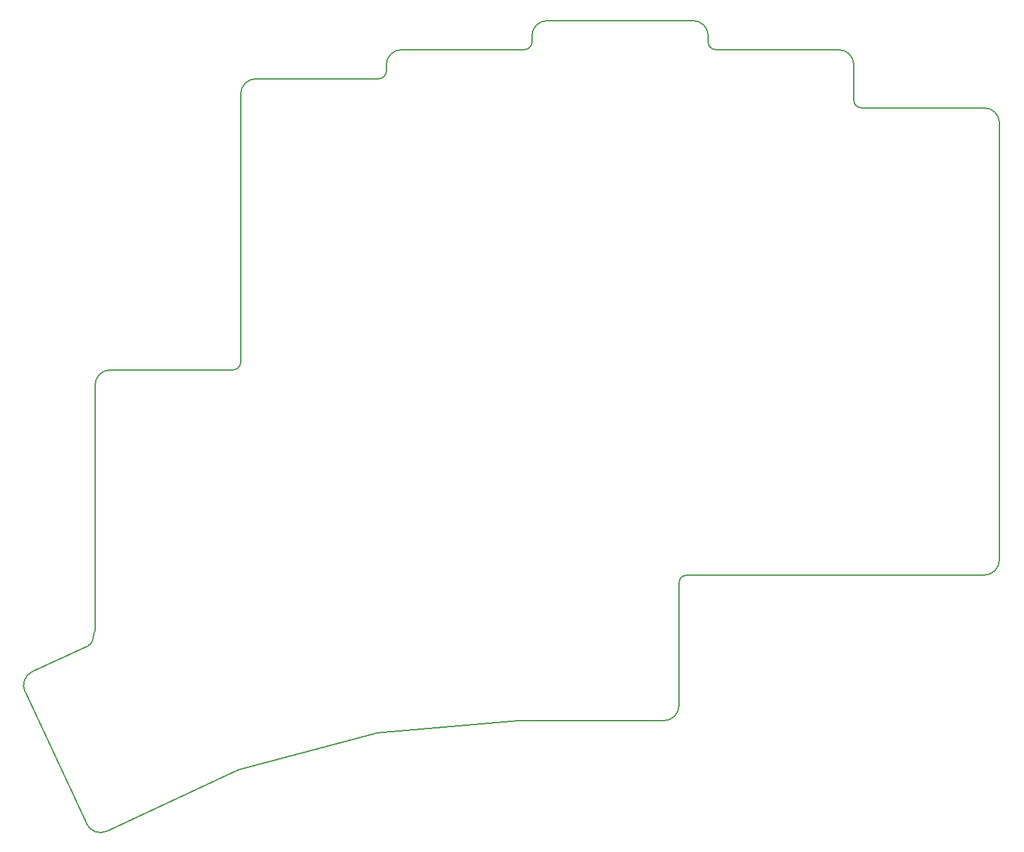
<source format=gbr>
%TF.GenerationSoftware,KiCad,Pcbnew,9.0.6*%
%TF.CreationDate,2026-01-03T00:52:40-08:00*%
%TF.ProjectId,pcb_right,7063625f-7269-4676-9874-2e6b69636164,4.2.1*%
%TF.SameCoordinates,Original*%
%TF.FileFunction,Profile,NP*%
%FSLAX46Y46*%
G04 Gerber Fmt 4.6, Leading zero omitted, Abs format (unit mm)*
G04 Created by KiCad (PCBNEW 9.0.6) date 2026-01-03 00:52:40*
%MOMM*%
%LPD*%
G01*
G04 APERTURE LIST*
%TA.AperFunction,Profile*%
%ADD10C,0.150000*%
%TD*%
G04 APERTURE END LIST*
D10*
X343925000Y-102375000D02*
X343925000Y-159525000D01*
X302015000Y-162525000D02*
X302015000Y-178575000D01*
X246675000Y-96565000D02*
X262725000Y-96565000D01*
X225625000Y-136665000D02*
G75*
G02*
X227625000Y-134665000I2000000J0D01*
G01*
X263725000Y-95565000D02*
X263725000Y-94755000D01*
X265725000Y-92755000D02*
X281775000Y-92755000D01*
X244675000Y-98565000D02*
G75*
G02*
X246675000Y-96565000I2000000J0D01*
G01*
X225310948Y-170054129D02*
X225594917Y-168922707D01*
X284775000Y-88945000D02*
X303825000Y-88945000D01*
X324875000Y-94755000D02*
X324875000Y-99375000D01*
X282775000Y-90945000D02*
G75*
G02*
X284775000Y-88945000I2000000J0D01*
G01*
X341925000Y-100375000D02*
G75*
G02*
X343925000Y-102375000I0J-2000000D01*
G01*
X302015000Y-178575000D02*
G75*
G02*
X300015000Y-180575000I-2000000J0D01*
G01*
X325875000Y-100375000D02*
X341925000Y-100375000D01*
X281008827Y-180578805D02*
X262423270Y-182204831D01*
X306825000Y-92755000D02*
X322875000Y-92755000D01*
X227166677Y-195029313D02*
G75*
G02*
X224508821Y-194061936I-845277J1812513D01*
G01*
X263725000Y-94755000D02*
G75*
G02*
X265725000Y-92755000I2000000J0D01*
G01*
X300015000Y-180575000D02*
X281095983Y-180575000D01*
X225625000Y-168679272D02*
G75*
G02*
X225594912Y-168922706I-999600J-28D01*
G01*
X262251607Y-182235100D02*
G75*
G02*
X262423270Y-182204833I258893J-966400D01*
G01*
X216457947Y-176796771D02*
G75*
G02*
X217425319Y-174138905I1812553J845271D01*
G01*
X244675000Y-133665000D02*
X244675000Y-98565000D01*
X244193966Y-187089358D02*
X227166677Y-195029313D01*
X225310948Y-170054129D02*
G75*
G02*
X224763634Y-170716971I-969848J243429D01*
G01*
X225625000Y-168679272D02*
X225625000Y-136665000D01*
X227625000Y-134665000D02*
X243675000Y-134665000D01*
X302015000Y-162525000D02*
G75*
G02*
X303015000Y-161525000I1000000J0D01*
G01*
X343925000Y-159525000D02*
G75*
G02*
X341925000Y-161525000I-2000000J0D01*
G01*
X224508825Y-194061934D02*
X216457947Y-176796771D01*
X322875000Y-92755000D02*
G75*
G02*
X324875000Y-94755000I0J-2000000D01*
G01*
X341925000Y-161525000D02*
X303015000Y-161525000D01*
X306825000Y-92755000D02*
G75*
G02*
X305825000Y-91755000I0J1000000D01*
G01*
X325875000Y-100375000D02*
G75*
G02*
X324875000Y-99375000I0J1000000D01*
G01*
X262251607Y-182235100D02*
X244357765Y-187029740D01*
X303825000Y-88945000D02*
G75*
G02*
X305825000Y-90945000I0J-2000000D01*
G01*
X244675000Y-133665000D02*
G75*
G02*
X243675000Y-134665000I-1000000J0D01*
G01*
X244193966Y-187089358D02*
G75*
G02*
X244357764Y-187029735I422334J-905442D01*
G01*
X217425326Y-174138919D02*
X224763649Y-170717003D01*
X282775000Y-91755000D02*
G75*
G02*
X281775000Y-92755000I-1000000J0D01*
G01*
X305825000Y-90945000D02*
X305825000Y-91755000D01*
X263725000Y-95565000D02*
G75*
G02*
X262725000Y-96565000I-1000000J0D01*
G01*
X281008827Y-180578805D02*
G75*
G02*
X281095983Y-180575000I87173J-996595D01*
G01*
X282775000Y-91755000D02*
X282775000Y-90945000D01*
M02*

</source>
